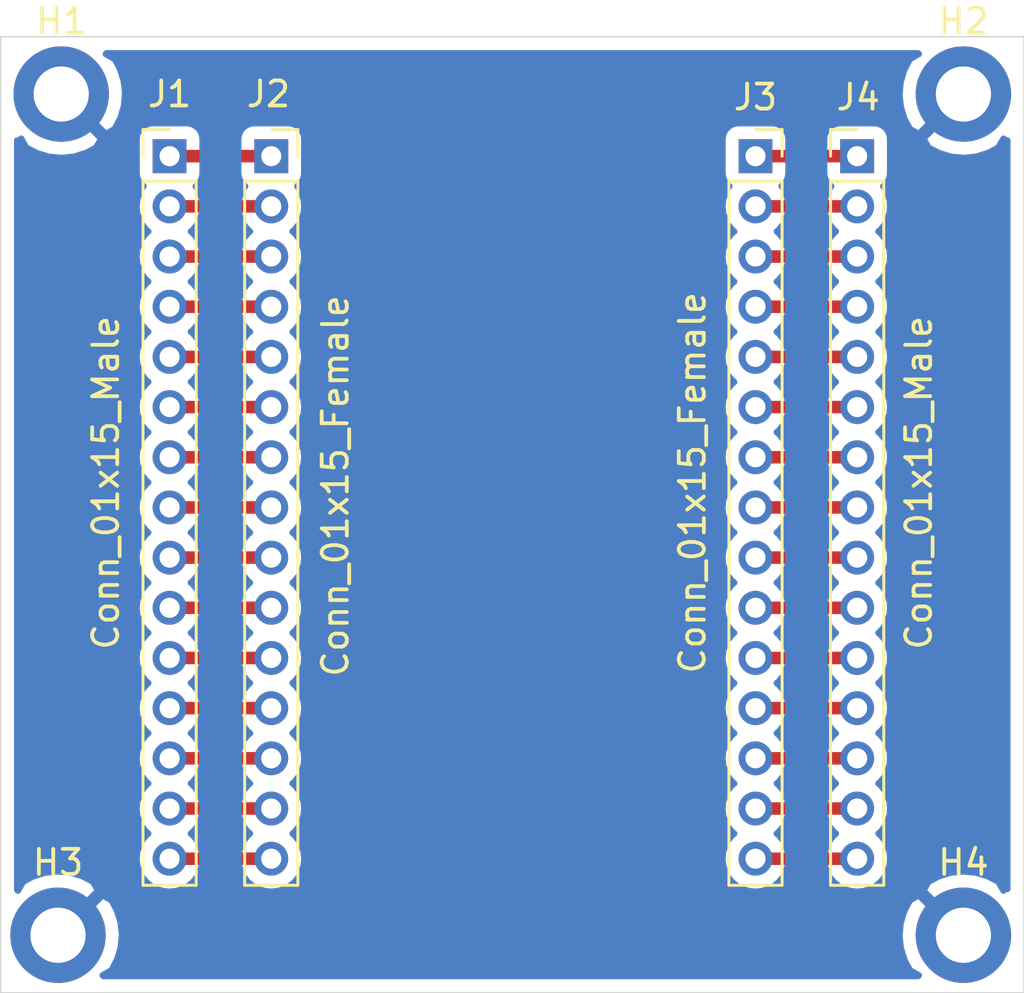
<source format=kicad_pcb>
(kicad_pcb (version 20171130) (host pcbnew "(5.1.2-1)-1")

  (general
    (thickness 1.6)
    (drawings 4)
    (tracks 30)
    (zones 0)
    (modules 8)
    (nets 32)
  )

  (page A4)
  (layers
    (0 F.Cu signal)
    (31 B.Cu signal)
    (32 B.Adhes user)
    (33 F.Adhes user)
    (34 B.Paste user)
    (35 F.Paste user)
    (36 B.SilkS user)
    (37 F.SilkS user)
    (38 B.Mask user)
    (39 F.Mask user)
    (40 Dwgs.User user)
    (41 Cmts.User user)
    (42 Eco1.User user)
    (43 Eco2.User user)
    (44 Edge.Cuts user)
    (45 Margin user)
    (46 B.CrtYd user)
    (47 F.CrtYd user)
    (48 B.Fab user)
    (49 F.Fab user)
  )

  (setup
    (last_trace_width 0.5)
    (user_trace_width 0.5)
    (trace_clearance 0.2)
    (zone_clearance 0.508)
    (zone_45_only no)
    (trace_min 0.2)
    (via_size 0.8)
    (via_drill 0.4)
    (via_min_size 0.4)
    (via_min_drill 0.3)
    (uvia_size 0.3)
    (uvia_drill 0.1)
    (uvias_allowed no)
    (uvia_min_size 0.2)
    (uvia_min_drill 0.1)
    (edge_width 0.05)
    (segment_width 0.2)
    (pcb_text_width 0.3)
    (pcb_text_size 1.5 1.5)
    (mod_edge_width 0.12)
    (mod_text_size 1 1)
    (mod_text_width 0.15)
    (pad_size 1.524 1.524)
    (pad_drill 0.762)
    (pad_to_mask_clearance 0.051)
    (solder_mask_min_width 0.25)
    (aux_axis_origin 0 0)
    (visible_elements FFFFFF7F)
    (pcbplotparams
      (layerselection 0x010fc_ffffffff)
      (usegerberextensions false)
      (usegerberattributes false)
      (usegerberadvancedattributes false)
      (creategerberjobfile false)
      (excludeedgelayer true)
      (linewidth 0.100000)
      (plotframeref false)
      (viasonmask false)
      (mode 1)
      (useauxorigin false)
      (hpglpennumber 1)
      (hpglpenspeed 20)
      (hpglpendiameter 15.000000)
      (psnegative false)
      (psa4output false)
      (plotreference true)
      (plotvalue true)
      (plotinvisibletext false)
      (padsonsilk false)
      (subtractmaskfromsilk false)
      (outputformat 1)
      (mirror false)
      (drillshape 1)
      (scaleselection 1)
      (outputdirectory ""))
  )

  (net 0 "")
  (net 1 "Net-(J1-Pad15)")
  (net 2 "Net-(J1-Pad14)")
  (net 3 "Net-(J1-Pad13)")
  (net 4 "Net-(J1-Pad12)")
  (net 5 "Net-(J1-Pad11)")
  (net 6 "Net-(J1-Pad10)")
  (net 7 "Net-(J1-Pad9)")
  (net 8 "Net-(J1-Pad8)")
  (net 9 "Net-(J1-Pad7)")
  (net 10 "Net-(J1-Pad6)")
  (net 11 "Net-(J1-Pad5)")
  (net 12 "Net-(J1-Pad4)")
  (net 13 "Net-(J1-Pad3)")
  (net 14 "Net-(J1-Pad2)")
  (net 15 "Net-(J1-Pad1)")
  (net 16 "Net-(J3-Pad15)")
  (net 17 "Net-(J3-Pad14)")
  (net 18 "Net-(J3-Pad13)")
  (net 19 "Net-(J3-Pad12)")
  (net 20 "Net-(J3-Pad11)")
  (net 21 "Net-(J3-Pad10)")
  (net 22 "Net-(J3-Pad9)")
  (net 23 "Net-(J3-Pad8)")
  (net 24 "Net-(J3-Pad7)")
  (net 25 "Net-(J3-Pad6)")
  (net 26 "Net-(J3-Pad5)")
  (net 27 "Net-(J3-Pad4)")
  (net 28 "Net-(J3-Pad3)")
  (net 29 "Net-(J3-Pad2)")
  (net 30 "Net-(J3-Pad1)")
  (net 31 GND)

  (net_class Default "This is the default net class."
    (clearance 0.2)
    (trace_width 0.25)
    (via_dia 0.8)
    (via_drill 0.4)
    (uvia_dia 0.3)
    (uvia_drill 0.1)
    (add_net GND)
    (add_net "Net-(J1-Pad1)")
    (add_net "Net-(J1-Pad10)")
    (add_net "Net-(J1-Pad11)")
    (add_net "Net-(J1-Pad12)")
    (add_net "Net-(J1-Pad13)")
    (add_net "Net-(J1-Pad14)")
    (add_net "Net-(J1-Pad15)")
    (add_net "Net-(J1-Pad2)")
    (add_net "Net-(J1-Pad3)")
    (add_net "Net-(J1-Pad4)")
    (add_net "Net-(J1-Pad5)")
    (add_net "Net-(J1-Pad6)")
    (add_net "Net-(J1-Pad7)")
    (add_net "Net-(J1-Pad8)")
    (add_net "Net-(J1-Pad9)")
    (add_net "Net-(J3-Pad1)")
    (add_net "Net-(J3-Pad10)")
    (add_net "Net-(J3-Pad11)")
    (add_net "Net-(J3-Pad12)")
    (add_net "Net-(J3-Pad13)")
    (add_net "Net-(J3-Pad14)")
    (add_net "Net-(J3-Pad15)")
    (add_net "Net-(J3-Pad2)")
    (add_net "Net-(J3-Pad3)")
    (add_net "Net-(J3-Pad4)")
    (add_net "Net-(J3-Pad5)")
    (add_net "Net-(J3-Pad6)")
    (add_net "Net-(J3-Pad7)")
    (add_net "Net-(J3-Pad8)")
    (add_net "Net-(J3-Pad9)")
  )

  (module MountingHole:MountingHole_2.2mm_M2_DIN965_Pad (layer F.Cu) (tedit 56D1B4CB) (tstamp 5D09BFA7)
    (at 106.934 104.394)
    (descr "Mounting Hole 2.2mm, M2, DIN965")
    (tags "mounting hole 2.2mm m2 din965")
    (path /5D0CABF9)
    (attr virtual)
    (fp_text reference H4 (at 0 -2.9) (layer F.SilkS)
      (effects (font (size 1 1) (thickness 0.15)))
    )
    (fp_text value MountingHole_Pad (at 0 2.9 90) (layer F.Fab) hide
      (effects (font (size 1 1) (thickness 0.15)))
    )
    (fp_circle (center 0 0) (end 2.15 0) (layer F.CrtYd) (width 0.05))
    (fp_circle (center 0 0) (end 1.9 0) (layer Cmts.User) (width 0.15))
    (fp_text user %R (at 0.3 0) (layer F.Fab)
      (effects (font (size 1 1) (thickness 0.15)))
    )
    (pad 1 thru_hole circle (at 0 0) (size 3.8 3.8) (drill 2.2) (layers *.Cu *.Mask)
      (net 31 GND))
  )

  (module MountingHole:MountingHole_2.2mm_M2_DIN965_Pad (layer F.Cu) (tedit 56D1B4CB) (tstamp 5D09BF9F)
    (at 70.866 104.394)
    (descr "Mounting Hole 2.2mm, M2, DIN965")
    (tags "mounting hole 2.2mm m2 din965")
    (path /5D0CA77F)
    (attr virtual)
    (fp_text reference H3 (at 0 -2.9) (layer F.SilkS)
      (effects (font (size 1 1) (thickness 0.15)))
    )
    (fp_text value MountingHole_Pad (at 0 2.9) (layer F.Fab) hide
      (effects (font (size 1 1) (thickness 0.15)))
    )
    (fp_circle (center 0 0) (end 2.15 0) (layer F.CrtYd) (width 0.05))
    (fp_circle (center 0 0) (end 1.9 0) (layer Cmts.User) (width 0.15))
    (fp_text user %R (at 0.3 0) (layer F.Fab)
      (effects (font (size 1 1) (thickness 0.15)))
    )
    (pad 1 thru_hole circle (at 0 0) (size 3.8 3.8) (drill 2.2) (layers *.Cu *.Mask)
      (net 31 GND))
  )

  (module MountingHole:MountingHole_2.2mm_M2_DIN965_Pad (layer F.Cu) (tedit 56D1B4CB) (tstamp 5D09BF97)
    (at 106.934 70.866)
    (descr "Mounting Hole 2.2mm, M2, DIN965")
    (tags "mounting hole 2.2mm m2 din965")
    (path /5D0CA3D6)
    (attr virtual)
    (fp_text reference H2 (at 0 -2.9) (layer F.SilkS)
      (effects (font (size 1 1) (thickness 0.15)))
    )
    (fp_text value MountingHole_Pad (at 0 2.9) (layer F.Fab) hide
      (effects (font (size 1 1) (thickness 0.15)))
    )
    (fp_circle (center 0 0) (end 2.15 0) (layer F.CrtYd) (width 0.05))
    (fp_circle (center 0 0) (end 1.9 0) (layer Cmts.User) (width 0.15))
    (fp_text user %R (at 0.3 0) (layer F.Fab)
      (effects (font (size 1 1) (thickness 0.15)))
    )
    (pad 1 thru_hole circle (at 0 0) (size 3.8 3.8) (drill 2.2) (layers *.Cu *.Mask)
      (net 31 GND))
  )

  (module MountingHole:MountingHole_2.2mm_M2_DIN965_Pad (layer F.Cu) (tedit 56D1B4CB) (tstamp 5D09BF8F)
    (at 70.993 70.866)
    (descr "Mounting Hole 2.2mm, M2, DIN965")
    (tags "mounting hole 2.2mm m2 din965")
    (path /5D0C9B34)
    (attr virtual)
    (fp_text reference H1 (at 0 -2.9) (layer F.SilkS)
      (effects (font (size 1 1) (thickness 0.15)))
    )
    (fp_text value MountingHole_Pad (at 0 2.9) (layer F.Fab) hide
      (effects (font (size 1 1) (thickness 0.15)))
    )
    (fp_circle (center 0 0) (end 2.15 0) (layer F.CrtYd) (width 0.05))
    (fp_circle (center 0 0) (end 1.9 0) (layer Cmts.User) (width 0.15))
    (fp_text user %R (at 0.127 0) (layer F.Fab)
      (effects (font (size 1 1) (thickness 0.15)))
    )
    (pad 1 thru_hole circle (at 0 0) (size 3.8 3.8) (drill 2.2) (layers *.Cu *.Mask)
      (net 31 GND))
  )

  (module Connector_PinHeader_2.00mm:PinHeader_1x15_P2.00mm_Vertical (layer F.Cu) (tedit 59FED667) (tstamp 5D09B7D8)
    (at 102.701 73.3425)
    (descr "Through hole straight pin header, 1x15, 2.00mm pitch, single row")
    (tags "Through hole pin header THT 1x15 2.00mm single row")
    (path /5D09BC3F)
    (fp_text reference J4 (at 0.042 -2.3495) (layer F.SilkS)
      (effects (font (size 1 1) (thickness 0.15)))
    )
    (fp_text value Conn_01x15_Male (at 2.455 13.0175 90) (layer F.SilkS)
      (effects (font (size 1 1) (thickness 0.15)))
    )
    (fp_text user %R (at 0 14 90) (layer F.Fab)
      (effects (font (size 1 1) (thickness 0.15)))
    )
    (fp_line (start 1.5 -1.5) (end -1.5 -1.5) (layer F.CrtYd) (width 0.05))
    (fp_line (start 1.5 29.5) (end 1.5 -1.5) (layer F.CrtYd) (width 0.05))
    (fp_line (start -1.5 29.5) (end 1.5 29.5) (layer F.CrtYd) (width 0.05))
    (fp_line (start -1.5 -1.5) (end -1.5 29.5) (layer F.CrtYd) (width 0.05))
    (fp_line (start -1.06 -1.06) (end 0 -1.06) (layer F.SilkS) (width 0.12))
    (fp_line (start -1.06 0) (end -1.06 -1.06) (layer F.SilkS) (width 0.12))
    (fp_line (start -1.06 1) (end 1.06 1) (layer F.SilkS) (width 0.12))
    (fp_line (start 1.06 1) (end 1.06 29.06) (layer F.SilkS) (width 0.12))
    (fp_line (start -1.06 1) (end -1.06 29.06) (layer F.SilkS) (width 0.12))
    (fp_line (start -1.06 29.06) (end 1.06 29.06) (layer F.SilkS) (width 0.12))
    (fp_line (start -1 -0.5) (end -0.5 -1) (layer F.Fab) (width 0.1))
    (fp_line (start -1 29) (end -1 -0.5) (layer F.Fab) (width 0.1))
    (fp_line (start 1 29) (end -1 29) (layer F.Fab) (width 0.1))
    (fp_line (start 1 -1) (end 1 29) (layer F.Fab) (width 0.1))
    (fp_line (start -0.5 -1) (end 1 -1) (layer F.Fab) (width 0.1))
    (pad 15 thru_hole oval (at 0 28) (size 1.35 1.35) (drill 0.8) (layers *.Cu *.Mask)
      (net 16 "Net-(J3-Pad15)"))
    (pad 14 thru_hole oval (at 0 26) (size 1.35 1.35) (drill 0.8) (layers *.Cu *.Mask)
      (net 17 "Net-(J3-Pad14)"))
    (pad 13 thru_hole oval (at 0 24) (size 1.35 1.35) (drill 0.8) (layers *.Cu *.Mask)
      (net 18 "Net-(J3-Pad13)"))
    (pad 12 thru_hole oval (at 0 22) (size 1.35 1.35) (drill 0.8) (layers *.Cu *.Mask)
      (net 19 "Net-(J3-Pad12)"))
    (pad 11 thru_hole oval (at 0 20) (size 1.35 1.35) (drill 0.8) (layers *.Cu *.Mask)
      (net 20 "Net-(J3-Pad11)"))
    (pad 10 thru_hole oval (at 0 18) (size 1.35 1.35) (drill 0.8) (layers *.Cu *.Mask)
      (net 21 "Net-(J3-Pad10)"))
    (pad 9 thru_hole oval (at 0 16) (size 1.35 1.35) (drill 0.8) (layers *.Cu *.Mask)
      (net 22 "Net-(J3-Pad9)"))
    (pad 8 thru_hole oval (at 0 14) (size 1.35 1.35) (drill 0.8) (layers *.Cu *.Mask)
      (net 23 "Net-(J3-Pad8)"))
    (pad 7 thru_hole oval (at 0 12) (size 1.35 1.35) (drill 0.8) (layers *.Cu *.Mask)
      (net 24 "Net-(J3-Pad7)"))
    (pad 6 thru_hole oval (at 0 10) (size 1.35 1.35) (drill 0.8) (layers *.Cu *.Mask)
      (net 25 "Net-(J3-Pad6)"))
    (pad 5 thru_hole oval (at 0 8) (size 1.35 1.35) (drill 0.8) (layers *.Cu *.Mask)
      (net 26 "Net-(J3-Pad5)"))
    (pad 4 thru_hole oval (at 0 6) (size 1.35 1.35) (drill 0.8) (layers *.Cu *.Mask)
      (net 27 "Net-(J3-Pad4)"))
    (pad 3 thru_hole oval (at 0 4) (size 1.35 1.35) (drill 0.8) (layers *.Cu *.Mask)
      (net 28 "Net-(J3-Pad3)"))
    (pad 2 thru_hole oval (at 0 2) (size 1.35 1.35) (drill 0.8) (layers *.Cu *.Mask)
      (net 29 "Net-(J3-Pad2)"))
    (pad 1 thru_hole rect (at 0 0) (size 1.35 1.35) (drill 0.8) (layers *.Cu *.Mask)
      (net 30 "Net-(J3-Pad1)"))
    (model ${KISYS3DMOD}/Connector_PinHeader_2.00mm.3dshapes/PinHeader_1x15_P2.00mm_Vertical.wrl
      (at (xyz 0 0 0))
      (scale (xyz 1 1 1))
      (rotate (xyz 0 0 0))
    )
  )

  (module Connector_PinSocket_2.00mm:PinSocket_1x15_P2.00mm_Vertical (layer F.Cu) (tedit 5A19A42B) (tstamp 5D09B83E)
    (at 98.651 73.3425)
    (descr "Through hole straight socket strip, 1x15, 2.00mm pitch, single row (from Kicad 4.0.7), script generated")
    (tags "Through hole socket strip THT 1x15 2.00mm single row")
    (path /5D0976FD)
    (fp_text reference J3 (at 0 -2.3495) (layer F.SilkS)
      (effects (font (size 1 1) (thickness 0.15)))
    )
    (fp_text value Conn_01x15_Female (at -2.512 13.0175 90) (layer F.SilkS)
      (effects (font (size 1 1) (thickness 0.15)))
    )
    (fp_text user %R (at 0 14 90) (layer F.Fab)
      (effects (font (size 1 1) (thickness 0.15)))
    )
    (fp_line (start -1.5 29.5) (end -1.5 -1.5) (layer F.CrtYd) (width 0.05))
    (fp_line (start 1.5 29.5) (end -1.5 29.5) (layer F.CrtYd) (width 0.05))
    (fp_line (start 1.5 -1.5) (end 1.5 29.5) (layer F.CrtYd) (width 0.05))
    (fp_line (start -1.5 -1.5) (end 1.5 -1.5) (layer F.CrtYd) (width 0.05))
    (fp_line (start 0 -1.06) (end 1.06 -1.06) (layer F.SilkS) (width 0.12))
    (fp_line (start 1.06 -1.06) (end 1.06 0) (layer F.SilkS) (width 0.12))
    (fp_line (start 1.06 1) (end 1.06 29.06) (layer F.SilkS) (width 0.12))
    (fp_line (start -1.06 29.06) (end 1.06 29.06) (layer F.SilkS) (width 0.12))
    (fp_line (start -1.06 1) (end -1.06 29.06) (layer F.SilkS) (width 0.12))
    (fp_line (start -1.06 1) (end 1.06 1) (layer F.SilkS) (width 0.12))
    (fp_line (start -1 29) (end -1 -1) (layer F.Fab) (width 0.1))
    (fp_line (start 1 29) (end -1 29) (layer F.Fab) (width 0.1))
    (fp_line (start 1 -0.5) (end 1 29) (layer F.Fab) (width 0.1))
    (fp_line (start 0.5 -1) (end 1 -0.5) (layer F.Fab) (width 0.1))
    (fp_line (start -1 -1) (end 0.5 -1) (layer F.Fab) (width 0.1))
    (pad 15 thru_hole oval (at 0 28) (size 1.35 1.35) (drill 0.8) (layers *.Cu *.Mask)
      (net 16 "Net-(J3-Pad15)"))
    (pad 14 thru_hole oval (at 0 26) (size 1.35 1.35) (drill 0.8) (layers *.Cu *.Mask)
      (net 17 "Net-(J3-Pad14)"))
    (pad 13 thru_hole oval (at 0 24) (size 1.35 1.35) (drill 0.8) (layers *.Cu *.Mask)
      (net 18 "Net-(J3-Pad13)"))
    (pad 12 thru_hole oval (at 0 22) (size 1.35 1.35) (drill 0.8) (layers *.Cu *.Mask)
      (net 19 "Net-(J3-Pad12)"))
    (pad 11 thru_hole oval (at 0 20) (size 1.35 1.35) (drill 0.8) (layers *.Cu *.Mask)
      (net 20 "Net-(J3-Pad11)"))
    (pad 10 thru_hole oval (at 0 18) (size 1.35 1.35) (drill 0.8) (layers *.Cu *.Mask)
      (net 21 "Net-(J3-Pad10)"))
    (pad 9 thru_hole oval (at 0 16) (size 1.35 1.35) (drill 0.8) (layers *.Cu *.Mask)
      (net 22 "Net-(J3-Pad9)"))
    (pad 8 thru_hole oval (at 0 14) (size 1.35 1.35) (drill 0.8) (layers *.Cu *.Mask)
      (net 23 "Net-(J3-Pad8)"))
    (pad 7 thru_hole oval (at 0 12) (size 1.35 1.35) (drill 0.8) (layers *.Cu *.Mask)
      (net 24 "Net-(J3-Pad7)"))
    (pad 6 thru_hole oval (at 0 10) (size 1.35 1.35) (drill 0.8) (layers *.Cu *.Mask)
      (net 25 "Net-(J3-Pad6)"))
    (pad 5 thru_hole oval (at 0 8) (size 1.35 1.35) (drill 0.8) (layers *.Cu *.Mask)
      (net 26 "Net-(J3-Pad5)"))
    (pad 4 thru_hole oval (at 0 6) (size 1.35 1.35) (drill 0.8) (layers *.Cu *.Mask)
      (net 27 "Net-(J3-Pad4)"))
    (pad 3 thru_hole oval (at 0 4) (size 1.35 1.35) (drill 0.8) (layers *.Cu *.Mask)
      (net 28 "Net-(J3-Pad3)"))
    (pad 2 thru_hole oval (at 0 2) (size 1.35 1.35) (drill 0.8) (layers *.Cu *.Mask)
      (net 29 "Net-(J3-Pad2)"))
    (pad 1 thru_hole rect (at 0 0) (size 1.35 1.35) (drill 0.8) (layers *.Cu *.Mask)
      (net 30 "Net-(J3-Pad1)"))
    (model ${KISYS3DMOD}/Connector_PinSocket_2.00mm.3dshapes/PinSocket_1x15_P2.00mm_Vertical.wrl
      (at (xyz 0 0 0))
      (scale (xyz 1 1 1))
      (rotate (xyz 0 0 0))
    )
  )

  (module Connector_PinSocket_2.00mm:PinSocket_1x15_P2.00mm_Vertical (layer F.Cu) (tedit 5A19A42B) (tstamp 5D09B6A3)
    (at 79.361 73.3425)
    (descr "Through hole straight socket strip, 1x15, 2.00mm pitch, single row (from Kicad 4.0.7), script generated")
    (tags "Through hole socket strip THT 1x15 2.00mm single row")
    (path /5D096543)
    (fp_text reference J2 (at -0.113 -2.4765) (layer F.SilkS)
      (effects (font (size 1 1) (thickness 0.15)))
    )
    (fp_text value Conn_01x15_Female (at 2.554 13.1445 90) (layer F.SilkS)
      (effects (font (size 1 1) (thickness 0.15)))
    )
    (fp_text user %R (at 0 14 90) (layer F.Fab)
      (effects (font (size 1 1) (thickness 0.15)))
    )
    (fp_line (start -1.5 29.5) (end -1.5 -1.5) (layer F.CrtYd) (width 0.05))
    (fp_line (start 1.5 29.5) (end -1.5 29.5) (layer F.CrtYd) (width 0.05))
    (fp_line (start 1.5 -1.5) (end 1.5 29.5) (layer F.CrtYd) (width 0.05))
    (fp_line (start -1.5 -1.5) (end 1.5 -1.5) (layer F.CrtYd) (width 0.05))
    (fp_line (start 0 -1.06) (end 1.06 -1.06) (layer F.SilkS) (width 0.12))
    (fp_line (start 1.06 -1.06) (end 1.06 0) (layer F.SilkS) (width 0.12))
    (fp_line (start 1.06 1) (end 1.06 29.06) (layer F.SilkS) (width 0.12))
    (fp_line (start -1.06 29.06) (end 1.06 29.06) (layer F.SilkS) (width 0.12))
    (fp_line (start -1.06 1) (end -1.06 29.06) (layer F.SilkS) (width 0.12))
    (fp_line (start -1.06 1) (end 1.06 1) (layer F.SilkS) (width 0.12))
    (fp_line (start -1 29) (end -1 -1) (layer F.Fab) (width 0.1))
    (fp_line (start 1 29) (end -1 29) (layer F.Fab) (width 0.1))
    (fp_line (start 1 -0.5) (end 1 29) (layer F.Fab) (width 0.1))
    (fp_line (start 0.5 -1) (end 1 -0.5) (layer F.Fab) (width 0.1))
    (fp_line (start -1 -1) (end 0.5 -1) (layer F.Fab) (width 0.1))
    (pad 15 thru_hole oval (at 0 28) (size 1.35 1.35) (drill 0.8) (layers *.Cu *.Mask)
      (net 1 "Net-(J1-Pad15)"))
    (pad 14 thru_hole oval (at 0 26) (size 1.35 1.35) (drill 0.8) (layers *.Cu *.Mask)
      (net 2 "Net-(J1-Pad14)"))
    (pad 13 thru_hole oval (at 0 24) (size 1.35 1.35) (drill 0.8) (layers *.Cu *.Mask)
      (net 3 "Net-(J1-Pad13)"))
    (pad 12 thru_hole oval (at 0 22) (size 1.35 1.35) (drill 0.8) (layers *.Cu *.Mask)
      (net 4 "Net-(J1-Pad12)"))
    (pad 11 thru_hole oval (at 0 20) (size 1.35 1.35) (drill 0.8) (layers *.Cu *.Mask)
      (net 5 "Net-(J1-Pad11)"))
    (pad 10 thru_hole oval (at 0 18) (size 1.35 1.35) (drill 0.8) (layers *.Cu *.Mask)
      (net 6 "Net-(J1-Pad10)"))
    (pad 9 thru_hole oval (at 0 16) (size 1.35 1.35) (drill 0.8) (layers *.Cu *.Mask)
      (net 7 "Net-(J1-Pad9)"))
    (pad 8 thru_hole oval (at 0 14) (size 1.35 1.35) (drill 0.8) (layers *.Cu *.Mask)
      (net 8 "Net-(J1-Pad8)"))
    (pad 7 thru_hole oval (at 0 12) (size 1.35 1.35) (drill 0.8) (layers *.Cu *.Mask)
      (net 9 "Net-(J1-Pad7)"))
    (pad 6 thru_hole oval (at 0 10) (size 1.35 1.35) (drill 0.8) (layers *.Cu *.Mask)
      (net 10 "Net-(J1-Pad6)"))
    (pad 5 thru_hole oval (at 0 8) (size 1.35 1.35) (drill 0.8) (layers *.Cu *.Mask)
      (net 11 "Net-(J1-Pad5)"))
    (pad 4 thru_hole oval (at 0 6) (size 1.35 1.35) (drill 0.8) (layers *.Cu *.Mask)
      (net 12 "Net-(J1-Pad4)"))
    (pad 3 thru_hole oval (at 0 4) (size 1.35 1.35) (drill 0.8) (layers *.Cu *.Mask)
      (net 13 "Net-(J1-Pad3)"))
    (pad 2 thru_hole oval (at 0 2) (size 1.35 1.35) (drill 0.8) (layers *.Cu *.Mask)
      (net 14 "Net-(J1-Pad2)"))
    (pad 1 thru_hole rect (at 0 0) (size 1.35 1.35) (drill 0.8) (layers *.Cu *.Mask)
      (net 15 "Net-(J1-Pad1)"))
    (model ${KISYS3DMOD}/Connector_PinSocket_2.00mm.3dshapes/PinSocket_1x15_P2.00mm_Vertical.wrl
      (at (xyz 0 0 0))
      (scale (xyz 1 1 1))
      (rotate (xyz 0 0 0))
    )
  )

  (module Connector_PinHeader_2.00mm:PinHeader_1x15_P2.00mm_Vertical (layer F.Cu) (tedit 59FED667) (tstamp 5D09B680)
    (at 75.311 73.3425)
    (descr "Through hole straight pin header, 1x15, 2.00mm pitch, single row")
    (tags "Through hole pin header THT 1x15 2.00mm single row")
    (path /5D09A38C)
    (fp_text reference J1 (at 0 -2.4765) (layer F.SilkS)
      (effects (font (size 1 1) (thickness 0.15)))
    )
    (fp_text value Conn_01x15_Male (at -2.54 13.0175 90) (layer F.SilkS)
      (effects (font (size 1 1) (thickness 0.15)))
    )
    (fp_text user %R (at 0 14 90) (layer F.Fab)
      (effects (font (size 1 1) (thickness 0.15)))
    )
    (fp_line (start 1.5 -1.5) (end -1.5 -1.5) (layer F.CrtYd) (width 0.05))
    (fp_line (start 1.5 29.5) (end 1.5 -1.5) (layer F.CrtYd) (width 0.05))
    (fp_line (start -1.5 29.5) (end 1.5 29.5) (layer F.CrtYd) (width 0.05))
    (fp_line (start -1.5 -1.5) (end -1.5 29.5) (layer F.CrtYd) (width 0.05))
    (fp_line (start -1.06 -1.06) (end 0 -1.06) (layer F.SilkS) (width 0.12))
    (fp_line (start -1.06 0) (end -1.06 -1.06) (layer F.SilkS) (width 0.12))
    (fp_line (start -1.06 1) (end 1.06 1) (layer F.SilkS) (width 0.12))
    (fp_line (start 1.06 1) (end 1.06 29.06) (layer F.SilkS) (width 0.12))
    (fp_line (start -1.06 1) (end -1.06 29.06) (layer F.SilkS) (width 0.12))
    (fp_line (start -1.06 29.06) (end 1.06 29.06) (layer F.SilkS) (width 0.12))
    (fp_line (start -1 -0.5) (end -0.5 -1) (layer F.Fab) (width 0.1))
    (fp_line (start -1 29) (end -1 -0.5) (layer F.Fab) (width 0.1))
    (fp_line (start 1 29) (end -1 29) (layer F.Fab) (width 0.1))
    (fp_line (start 1 -1) (end 1 29) (layer F.Fab) (width 0.1))
    (fp_line (start -0.5 -1) (end 1 -1) (layer F.Fab) (width 0.1))
    (pad 15 thru_hole oval (at 0 28) (size 1.35 1.35) (drill 0.8) (layers *.Cu *.Mask)
      (net 1 "Net-(J1-Pad15)"))
    (pad 14 thru_hole oval (at 0 26) (size 1.35 1.35) (drill 0.8) (layers *.Cu *.Mask)
      (net 2 "Net-(J1-Pad14)"))
    (pad 13 thru_hole oval (at 0 24) (size 1.35 1.35) (drill 0.8) (layers *.Cu *.Mask)
      (net 3 "Net-(J1-Pad13)"))
    (pad 12 thru_hole oval (at 0 22) (size 1.35 1.35) (drill 0.8) (layers *.Cu *.Mask)
      (net 4 "Net-(J1-Pad12)"))
    (pad 11 thru_hole oval (at 0 20) (size 1.35 1.35) (drill 0.8) (layers *.Cu *.Mask)
      (net 5 "Net-(J1-Pad11)"))
    (pad 10 thru_hole oval (at 0 18) (size 1.35 1.35) (drill 0.8) (layers *.Cu *.Mask)
      (net 6 "Net-(J1-Pad10)"))
    (pad 9 thru_hole oval (at 0 16) (size 1.35 1.35) (drill 0.8) (layers *.Cu *.Mask)
      (net 7 "Net-(J1-Pad9)"))
    (pad 8 thru_hole oval (at 0 14) (size 1.35 1.35) (drill 0.8) (layers *.Cu *.Mask)
      (net 8 "Net-(J1-Pad8)"))
    (pad 7 thru_hole oval (at 0 12) (size 1.35 1.35) (drill 0.8) (layers *.Cu *.Mask)
      (net 9 "Net-(J1-Pad7)"))
    (pad 6 thru_hole oval (at 0 10) (size 1.35 1.35) (drill 0.8) (layers *.Cu *.Mask)
      (net 10 "Net-(J1-Pad6)"))
    (pad 5 thru_hole oval (at 0 8) (size 1.35 1.35) (drill 0.8) (layers *.Cu *.Mask)
      (net 11 "Net-(J1-Pad5)"))
    (pad 4 thru_hole oval (at 0 6) (size 1.35 1.35) (drill 0.8) (layers *.Cu *.Mask)
      (net 12 "Net-(J1-Pad4)"))
    (pad 3 thru_hole oval (at 0 4) (size 1.35 1.35) (drill 0.8) (layers *.Cu *.Mask)
      (net 13 "Net-(J1-Pad3)"))
    (pad 2 thru_hole oval (at 0 2) (size 1.35 1.35) (drill 0.8) (layers *.Cu *.Mask)
      (net 14 "Net-(J1-Pad2)"))
    (pad 1 thru_hole rect (at 0 0) (size 1.35 1.35) (drill 0.8) (layers *.Cu *.Mask)
      (net 15 "Net-(J1-Pad1)"))
    (model ${KISYS3DMOD}/Connector_PinHeader_2.00mm.3dshapes/PinHeader_1x15_P2.00mm_Vertical.wrl
      (at (xyz 0 0 0))
      (scale (xyz 1 1 1))
      (rotate (xyz 0 0 0))
    )
  )

  (gr_line (start 68.58 106.68) (end 68.58 68.58) (layer Edge.Cuts) (width 0.05) (tstamp 5D09B9CC))
  (gr_line (start 109.347 106.68) (end 68.58 106.68) (layer Edge.Cuts) (width 0.05))
  (gr_line (start 109.347 68.58) (end 109.347 106.68) (layer Edge.Cuts) (width 0.05))
  (gr_line (start 68.58 68.58) (end 109.347 68.58) (layer Edge.Cuts) (width 0.05))

  (segment (start 75.311 101.3425) (end 79.361 101.3425) (width 0.5) (layer F.Cu) (net 1))
  (segment (start 79.361 99.3425) (end 75.311 99.3425) (width 0.5) (layer F.Cu) (net 2))
  (segment (start 75.311 97.3425) (end 79.361 97.3425) (width 0.5) (layer F.Cu) (net 3))
  (segment (start 79.361 95.3425) (end 75.311 95.3425) (width 0.5) (layer F.Cu) (net 4))
  (segment (start 75.311 93.3425) (end 79.361 93.3425) (width 0.5) (layer F.Cu) (net 5))
  (segment (start 79.361 91.3425) (end 75.311 91.3425) (width 0.5) (layer F.Cu) (net 6))
  (segment (start 75.311 89.3425) (end 79.361 89.3425) (width 0.5) (layer F.Cu) (net 7))
  (segment (start 79.361 87.3425) (end 75.311 87.3425) (width 0.5) (layer F.Cu) (net 8))
  (segment (start 75.311 85.3425) (end 79.361 85.3425) (width 0.5) (layer F.Cu) (net 9))
  (segment (start 79.361 83.3425) (end 75.311 83.3425) (width 0.5) (layer F.Cu) (net 10))
  (segment (start 75.311 81.3425) (end 79.361 81.3425) (width 0.5) (layer F.Cu) (net 11))
  (segment (start 79.361 79.3425) (end 75.311 79.3425) (width 0.5) (layer F.Cu) (net 12))
  (segment (start 75.311 77.3425) (end 79.361 77.3425) (width 0.5) (layer F.Cu) (net 13))
  (segment (start 79.361 75.3425) (end 75.311 75.3425) (width 0.5) (layer F.Cu) (net 14))
  (segment (start 75.311 73.3425) (end 79.361 73.3425) (width 0.5) (layer F.Cu) (net 15))
  (segment (start 98.651 101.3425) (end 102.701 101.3425) (width 0.5) (layer F.Cu) (net 16))
  (segment (start 102.701 99.3425) (end 98.651 99.3425) (width 0.5) (layer F.Cu) (net 17))
  (segment (start 98.651 97.3425) (end 102.701 97.3425) (width 0.5) (layer F.Cu) (net 18))
  (segment (start 102.701 95.3425) (end 98.651 95.3425) (width 0.5) (layer F.Cu) (net 19))
  (segment (start 98.651 93.3425) (end 102.701 93.3425) (width 0.5) (layer F.Cu) (net 20))
  (segment (start 102.701 91.3425) (end 98.651 91.3425) (width 0.5) (layer F.Cu) (net 21))
  (segment (start 98.651 89.3425) (end 102.701 89.3425) (width 0.5) (layer F.Cu) (net 22))
  (segment (start 102.701 87.3425) (end 98.651 87.3425) (width 0.5) (layer F.Cu) (net 23))
  (segment (start 98.651 85.3425) (end 102.701 85.3425) (width 0.5) (layer F.Cu) (net 24))
  (segment (start 102.701 83.3425) (end 98.651 83.3425) (width 0.5) (layer F.Cu) (net 25))
  (segment (start 102.701 81.3425) (end 98.651 81.3425) (width 0.5) (layer F.Cu) (net 26))
  (segment (start 98.651 79.3425) (end 102.701 79.3425) (width 0.5) (layer F.Cu) (net 27))
  (segment (start 102.701 77.3425) (end 98.651 77.3425) (width 0.5) (layer F.Cu) (net 28))
  (segment (start 98.651 75.3425) (end 102.701 75.3425) (width 0.5) (layer F.Cu) (net 29))
  (segment (start 102.701 73.3425) (end 98.651 73.3425) (width 0.5) (layer F.Cu) (net 30))

  (zone (net 31) (net_name GND) (layer B.Cu) (tstamp 0) (hatch edge 0.508)
    (connect_pads (clearance 0.508))
    (min_thickness 0.254)
    (fill yes (arc_segments 32) (thermal_gap 0.508) (thermal_bridge_width 0.508))
    (polygon
      (pts
        (xy 68.58 68.58) (xy 109.347 68.58) (xy 109.347 106.68) (xy 68.58 106.68)
      )
    )
    (filled_polygon
      (pts
        (xy 105.157649 69.269257) (xy 104.801133 69.473362) (xy 104.570425 69.916223) (xy 104.430548 70.395583) (xy 104.386877 70.893021)
        (xy 104.441091 71.389422) (xy 104.591106 71.865707) (xy 104.801133 72.258638) (xy 105.157651 72.462744) (xy 106.754395 70.866)
        (xy 106.740253 70.851858) (xy 106.919858 70.672253) (xy 106.934 70.686395) (xy 106.948143 70.672253) (xy 107.127748 70.851858)
        (xy 107.113605 70.866) (xy 107.127748 70.880143) (xy 106.948143 71.059748) (xy 106.934 71.045605) (xy 105.337256 72.642349)
        (xy 105.541362 72.998867) (xy 105.984223 73.229575) (xy 106.463583 73.369452) (xy 106.961021 73.413123) (xy 107.457422 73.358909)
        (xy 107.933707 73.208894) (xy 108.326638 72.998867) (xy 108.530743 72.642351) (xy 108.64495 72.756558) (xy 108.687 72.714508)
        (xy 108.687001 102.545493) (xy 108.64495 102.503442) (xy 108.530743 102.617649) (xy 108.326638 102.261133) (xy 107.883777 102.030425)
        (xy 107.404417 101.890548) (xy 106.906979 101.846877) (xy 106.410578 101.901091) (xy 105.934293 102.051106) (xy 105.541362 102.261133)
        (xy 105.337256 102.617651) (xy 106.934 104.214395) (xy 106.948143 104.200253) (xy 107.127748 104.379858) (xy 107.113605 104.394)
        (xy 107.127748 104.408143) (xy 106.948143 104.587748) (xy 106.934 104.573605) (xy 106.919858 104.587748) (xy 106.740253 104.408143)
        (xy 106.754395 104.394) (xy 105.157651 102.797256) (xy 104.801133 103.001362) (xy 104.570425 103.444223) (xy 104.430548 103.923583)
        (xy 104.386877 104.421021) (xy 104.441091 104.917422) (xy 104.591106 105.393707) (xy 104.801133 105.786638) (xy 105.157649 105.990743)
        (xy 105.128392 106.02) (xy 72.671608 106.02) (xy 72.642351 105.990743) (xy 72.998867 105.786638) (xy 73.229575 105.343777)
        (xy 73.369452 104.864417) (xy 73.413123 104.366979) (xy 73.358909 103.870578) (xy 73.208894 103.394293) (xy 72.998867 103.001362)
        (xy 72.642349 102.797256) (xy 71.045605 104.394) (xy 71.059748 104.408143) (xy 70.880143 104.587748) (xy 70.866 104.573605)
        (xy 70.851858 104.587748) (xy 70.672253 104.408143) (xy 70.686395 104.394) (xy 70.672253 104.379858) (xy 70.851858 104.200253)
        (xy 70.866 104.214395) (xy 72.462744 102.617651) (xy 72.258638 102.261133) (xy 71.815777 102.030425) (xy 71.336417 101.890548)
        (xy 70.838979 101.846877) (xy 70.342578 101.901091) (xy 69.866293 102.051106) (xy 69.473362 102.261133) (xy 69.269257 102.617649)
        (xy 69.24 102.588392) (xy 69.24 75.3425) (xy 73.994662 75.3425) (xy 74.019955 75.599305) (xy 74.094862 75.846241)
        (xy 74.216505 76.073818) (xy 74.380208 76.273292) (xy 74.464539 76.3425) (xy 74.380208 76.411708) (xy 74.216505 76.611182)
        (xy 74.094862 76.838759) (xy 74.019955 77.085695) (xy 73.994662 77.3425) (xy 74.019955 77.599305) (xy 74.094862 77.846241)
        (xy 74.216505 78.073818) (xy 74.380208 78.273292) (xy 74.464539 78.3425) (xy 74.380208 78.411708) (xy 74.216505 78.611182)
        (xy 74.094862 78.838759) (xy 74.019955 79.085695) (xy 73.994662 79.3425) (xy 74.019955 79.599305) (xy 74.094862 79.846241)
        (xy 74.216505 80.073818) (xy 74.380208 80.273292) (xy 74.464539 80.3425) (xy 74.380208 80.411708) (xy 74.216505 80.611182)
        (xy 74.094862 80.838759) (xy 74.019955 81.085695) (xy 73.994662 81.3425) (xy 74.019955 81.599305) (xy 74.094862 81.846241)
        (xy 74.216505 82.073818) (xy 74.380208 82.273292) (xy 74.464539 82.3425) (xy 74.380208 82.411708) (xy 74.216505 82.611182)
        (xy 74.094862 82.838759) (xy 74.019955 83.085695) (xy 73.994662 83.3425) (xy 74.019955 83.599305) (xy 74.094862 83.846241)
        (xy 74.216505 84.073818) (xy 74.380208 84.273292) (xy 74.464539 84.3425) (xy 74.380208 84.411708) (xy 74.216505 84.611182)
        (xy 74.094862 84.838759) (xy 74.019955 85.085695) (xy 73.994662 85.3425) (xy 74.019955 85.599305) (xy 74.094862 85.846241)
        (xy 74.216505 86.073818) (xy 74.380208 86.273292) (xy 74.464539 86.3425) (xy 74.380208 86.411708) (xy 74.216505 86.611182)
        (xy 74.094862 86.838759) (xy 74.019955 87.085695) (xy 73.994662 87.3425) (xy 74.019955 87.599305) (xy 74.094862 87.846241)
        (xy 74.216505 88.073818) (xy 74.380208 88.273292) (xy 74.464539 88.3425) (xy 74.380208 88.411708) (xy 74.216505 88.611182)
        (xy 74.094862 88.838759) (xy 74.019955 89.085695) (xy 73.994662 89.3425) (xy 74.019955 89.599305) (xy 74.094862 89.846241)
        (xy 74.216505 90.073818) (xy 74.380208 90.273292) (xy 74.464539 90.3425) (xy 74.380208 90.411708) (xy 74.216505 90.611182)
        (xy 74.094862 90.838759) (xy 74.019955 91.085695) (xy 73.994662 91.3425) (xy 74.019955 91.599305) (xy 74.094862 91.846241)
        (xy 74.216505 92.073818) (xy 74.380208 92.273292) (xy 74.464539 92.3425) (xy 74.380208 92.411708) (xy 74.216505 92.611182)
        (xy 74.094862 92.838759) (xy 74.019955 93.085695) (xy 73.994662 93.3425) (xy 74.019955 93.599305) (xy 74.094862 93.846241)
        (xy 74.216505 94.073818) (xy 74.380208 94.273292) (xy 74.464539 94.3425) (xy 74.380208 94.411708) (xy 74.216505 94.611182)
        (xy 74.094862 94.838759) (xy 74.019955 95.085695) (xy 73.994662 95.3425) (xy 74.019955 95.599305) (xy 74.094862 95.846241)
        (xy 74.216505 96.073818) (xy 74.380208 96.273292) (xy 74.464539 96.3425) (xy 74.380208 96.411708) (xy 74.216505 96.611182)
        (xy 74.094862 96.838759) (xy 74.019955 97.085695) (xy 73.994662 97.3425) (xy 74.019955 97.599305) (xy 74.094862 97.846241)
        (xy 74.216505 98.073818) (xy 74.380208 98.273292) (xy 74.464539 98.3425) (xy 74.380208 98.411708) (xy 74.216505 98.611182)
        (xy 74.094862 98.838759) (xy 74.019955 99.085695) (xy 73.994662 99.3425) (xy 74.019955 99.599305) (xy 74.094862 99.846241)
        (xy 74.216505 100.073818) (xy 74.380208 100.273292) (xy 74.464539 100.3425) (xy 74.380208 100.411708) (xy 74.216505 100.611182)
        (xy 74.094862 100.838759) (xy 74.019955 101.085695) (xy 73.994662 101.3425) (xy 74.019955 101.599305) (xy 74.094862 101.846241)
        (xy 74.216505 102.073818) (xy 74.380208 102.273292) (xy 74.579682 102.436995) (xy 74.807259 102.558638) (xy 75.054195 102.633545)
        (xy 75.246649 102.6525) (xy 75.375351 102.6525) (xy 75.567805 102.633545) (xy 75.814741 102.558638) (xy 76.042318 102.436995)
        (xy 76.241792 102.273292) (xy 76.405495 102.073818) (xy 76.527138 101.846241) (xy 76.602045 101.599305) (xy 76.627338 101.3425)
        (xy 76.602045 101.085695) (xy 76.527138 100.838759) (xy 76.405495 100.611182) (xy 76.241792 100.411708) (xy 76.157461 100.3425)
        (xy 76.241792 100.273292) (xy 76.405495 100.073818) (xy 76.527138 99.846241) (xy 76.602045 99.599305) (xy 76.627338 99.3425)
        (xy 76.602045 99.085695) (xy 76.527138 98.838759) (xy 76.405495 98.611182) (xy 76.241792 98.411708) (xy 76.157461 98.3425)
        (xy 76.241792 98.273292) (xy 76.405495 98.073818) (xy 76.527138 97.846241) (xy 76.602045 97.599305) (xy 76.627338 97.3425)
        (xy 76.602045 97.085695) (xy 76.527138 96.838759) (xy 76.405495 96.611182) (xy 76.241792 96.411708) (xy 76.157461 96.3425)
        (xy 76.241792 96.273292) (xy 76.405495 96.073818) (xy 76.527138 95.846241) (xy 76.602045 95.599305) (xy 76.627338 95.3425)
        (xy 76.602045 95.085695) (xy 76.527138 94.838759) (xy 76.405495 94.611182) (xy 76.241792 94.411708) (xy 76.157461 94.3425)
        (xy 76.241792 94.273292) (xy 76.405495 94.073818) (xy 76.527138 93.846241) (xy 76.602045 93.599305) (xy 76.627338 93.3425)
        (xy 76.602045 93.085695) (xy 76.527138 92.838759) (xy 76.405495 92.611182) (xy 76.241792 92.411708) (xy 76.157461 92.3425)
        (xy 76.241792 92.273292) (xy 76.405495 92.073818) (xy 76.527138 91.846241) (xy 76.602045 91.599305) (xy 76.627338 91.3425)
        (xy 76.602045 91.085695) (xy 76.527138 90.838759) (xy 76.405495 90.611182) (xy 76.241792 90.411708) (xy 76.157461 90.3425)
        (xy 76.241792 90.273292) (xy 76.405495 90.073818) (xy 76.527138 89.846241) (xy 76.602045 89.599305) (xy 76.627338 89.3425)
        (xy 76.602045 89.085695) (xy 76.527138 88.838759) (xy 76.405495 88.611182) (xy 76.241792 88.411708) (xy 76.157461 88.3425)
        (xy 76.241792 88.273292) (xy 76.405495 88.073818) (xy 76.527138 87.846241) (xy 76.602045 87.599305) (xy 76.627338 87.3425)
        (xy 76.602045 87.085695) (xy 76.527138 86.838759) (xy 76.405495 86.611182) (xy 76.241792 86.411708) (xy 76.157461 86.3425)
        (xy 76.241792 86.273292) (xy 76.405495 86.073818) (xy 76.527138 85.846241) (xy 76.602045 85.599305) (xy 76.627338 85.3425)
        (xy 76.602045 85.085695) (xy 76.527138 84.838759) (xy 76.405495 84.611182) (xy 76.241792 84.411708) (xy 76.157461 84.3425)
        (xy 76.241792 84.273292) (xy 76.405495 84.073818) (xy 76.527138 83.846241) (xy 76.602045 83.599305) (xy 76.627338 83.3425)
        (xy 76.602045 83.085695) (xy 76.527138 82.838759) (xy 76.405495 82.611182) (xy 76.241792 82.411708) (xy 76.157461 82.3425)
        (xy 76.241792 82.273292) (xy 76.405495 82.073818) (xy 76.527138 81.846241) (xy 76.602045 81.599305) (xy 76.627338 81.3425)
        (xy 76.602045 81.085695) (xy 76.527138 80.838759) (xy 76.405495 80.611182) (xy 76.241792 80.411708) (xy 76.157461 80.3425)
        (xy 76.241792 80.273292) (xy 76.405495 80.073818) (xy 76.527138 79.846241) (xy 76.602045 79.599305) (xy 76.627338 79.3425)
        (xy 76.602045 79.085695) (xy 76.527138 78.838759) (xy 76.405495 78.611182) (xy 76.241792 78.411708) (xy 76.157461 78.3425)
        (xy 76.241792 78.273292) (xy 76.405495 78.073818) (xy 76.527138 77.846241) (xy 76.602045 77.599305) (xy 76.627338 77.3425)
        (xy 76.602045 77.085695) (xy 76.527138 76.838759) (xy 76.405495 76.611182) (xy 76.241792 76.411708) (xy 76.157461 76.3425)
        (xy 76.241792 76.273292) (xy 76.405495 76.073818) (xy 76.527138 75.846241) (xy 76.602045 75.599305) (xy 76.627338 75.3425)
        (xy 78.044662 75.3425) (xy 78.069955 75.599305) (xy 78.144862 75.846241) (xy 78.266505 76.073818) (xy 78.430208 76.273292)
        (xy 78.514539 76.3425) (xy 78.430208 76.411708) (xy 78.266505 76.611182) (xy 78.144862 76.838759) (xy 78.069955 77.085695)
        (xy 78.044662 77.3425) (xy 78.069955 77.599305) (xy 78.144862 77.846241) (xy 78.266505 78.073818) (xy 78.430208 78.273292)
        (xy 78.514539 78.3425) (xy 78.430208 78.411708) (xy 78.266505 78.611182) (xy 78.144862 78.838759) (xy 78.069955 79.085695)
        (xy 78.044662 79.3425) (xy 78.069955 79.599305) (xy 78.144862 79.846241) (xy 78.266505 80.073818) (xy 78.430208 80.273292)
        (xy 78.514539 80.3425) (xy 78.430208 80.411708) (xy 78.266505 80.611182) (xy 78.144862 80.838759) (xy 78.069955 81.085695)
        (xy 78.044662 81.3425) (xy 78.069955 81.599305) (xy 78.144862 81.846241) (xy 78.266505 82.073818) (xy 78.430208 82.273292)
        (xy 78.514539 82.3425) (xy 78.430208 82.411708) (xy 78.266505 82.611182) (xy 78.144862 82.838759) (xy 78.069955 83.085695)
        (xy 78.044662 83.3425) (xy 78.069955 83.599305) (xy 78.144862 83.846241) (xy 78.266505 84.073818) (xy 78.430208 84.273292)
        (xy 78.514539 84.3425) (xy 78.430208 84.411708) (xy 78.266505 84.611182) (xy 78.144862 84.838759) (xy 78.069955 85.085695)
        (xy 78.044662 85.3425) (xy 78.069955 85.599305) (xy 78.144862 85.846241) (xy 78.266505 86.073818) (xy 78.430208 86.273292)
        (xy 78.514539 86.3425) (xy 78.430208 86.411708) (xy 78.266505 86.611182) (xy 78.144862 86.838759) (xy 78.069955 87.085695)
        (xy 78.044662 87.3425) (xy 78.069955 87.599305) (xy 78.144862 87.846241) (xy 78.266505 88.073818) (xy 78.430208 88.273292)
        (xy 78.514539 88.3425) (xy 78.430208 88.411708) (xy 78.266505 88.611182) (xy 78.144862 88.838759) (xy 78.069955 89.085695)
        (xy 78.044662 89.3425) (xy 78.069955 89.599305) (xy 78.144862 89.846241) (xy 78.266505 90.073818) (xy 78.430208 90.273292)
        (xy 78.514539 90.3425) (xy 78.430208 90.411708) (xy 78.266505 90.611182) (xy 78.144862 90.838759) (xy 78.069955 91.085695)
        (xy 78.044662 91.3425) (xy 78.069955 91.599305) (xy 78.144862 91.846241) (xy 78.266505 92.073818) (xy 78.430208 92.273292)
        (xy 78.514539 92.3425) (xy 78.430208 92.411708) (xy 78.266505 92.611182) (xy 78.144862 92.838759) (xy 78.069955 93.085695)
        (xy 78.044662 93.3425) (xy 78.069955 93.599305) (xy 78.144862 93.846241) (xy 78.266505 94.073818) (xy 78.430208 94.273292)
        (xy 78.514539 94.3425) (xy 78.430208 94.411708) (xy 78.266505 94.611182) (xy 78.144862 94.838759) (xy 78.069955 95.085695)
        (xy 78.044662 95.3425) (xy 78.069955 95.599305) (xy 78.144862 95.846241) (xy 78.266505 96.073818) (xy 78.430208 96.273292)
        (xy 78.514539 96.3425) (xy 78.430208 96.411708) (xy 78.266505 96.611182) (xy 78.144862 96.838759) (xy 78.069955 97.085695)
        (xy 78.044662 97.3425) (xy 78.069955 97.599305) (xy 78.144862 97.846241) (xy 78.266505 98.073818) (xy 78.430208 98.273292)
        (xy 78.514539 98.3425) (xy 78.430208 98.411708) (xy 78.266505 98.611182) (xy 78.144862 98.838759) (xy 78.069955 99.085695)
        (xy 78.044662 99.3425) (xy 78.069955 99.599305) (xy 78.144862 99.846241) (xy 78.266505 100.073818) (xy 78.430208 100.273292)
        (xy 78.514539 100.3425) (xy 78.430208 100.411708) (xy 78.266505 100.611182) (xy 78.144862 100.838759) (xy 78.069955 101.085695)
        (xy 78.044662 101.3425) (xy 78.069955 101.599305) (xy 78.144862 101.846241) (xy 78.266505 102.073818) (xy 78.430208 102.273292)
        (xy 78.629682 102.436995) (xy 78.857259 102.558638) (xy 79.104195 102.633545) (xy 79.296649 102.6525) (xy 79.425351 102.6525)
        (xy 79.617805 102.633545) (xy 79.864741 102.558638) (xy 80.092318 102.436995) (xy 80.291792 102.273292) (xy 80.455495 102.073818)
        (xy 80.577138 101.846241) (xy 80.652045 101.599305) (xy 80.677338 101.3425) (xy 80.652045 101.085695) (xy 80.577138 100.838759)
        (xy 80.455495 100.611182) (xy 80.291792 100.411708) (xy 80.207461 100.3425) (xy 80.291792 100.273292) (xy 80.455495 100.073818)
        (xy 80.577138 99.846241) (xy 80.652045 99.599305) (xy 80.677338 99.3425) (xy 80.652045 99.085695) (xy 80.577138 98.838759)
        (xy 80.455495 98.611182) (xy 80.291792 98.411708) (xy 80.207461 98.3425) (xy 80.291792 98.273292) (xy 80.455495 98.073818)
        (xy 80.577138 97.846241) (xy 80.652045 97.599305) (xy 80.677338 97.3425) (xy 80.652045 97.085695) (xy 80.577138 96.838759)
        (xy 80.455495 96.611182) (xy 80.291792 96.411708) (xy 80.207461 96.3425) (xy 80.291792 96.273292) (xy 80.455495 96.073818)
        (xy 80.577138 95.846241) (xy 80.652045 95.599305) (xy 80.677338 95.3425) (xy 80.652045 95.085695) (xy 80.577138 94.838759)
        (xy 80.455495 94.611182) (xy 80.291792 94.411708) (xy 80.207461 94.3425) (xy 80.291792 94.273292) (xy 80.455495 94.073818)
        (xy 80.577138 93.846241) (xy 80.652045 93.599305) (xy 80.677338 93.3425) (xy 80.652045 93.085695) (xy 80.577138 92.838759)
        (xy 80.455495 92.611182) (xy 80.291792 92.411708) (xy 80.207461 92.3425) (xy 80.291792 92.273292) (xy 80.455495 92.073818)
        (xy 80.577138 91.846241) (xy 80.652045 91.599305) (xy 80.677338 91.3425) (xy 80.652045 91.085695) (xy 80.577138 90.838759)
        (xy 80.455495 90.611182) (xy 80.291792 90.411708) (xy 80.207461 90.3425) (xy 80.291792 90.273292) (xy 80.455495 90.073818)
        (xy 80.577138 89.846241) (xy 80.652045 89.599305) (xy 80.677338 89.3425) (xy 80.652045 89.085695) (xy 80.577138 88.838759)
        (xy 80.455495 88.611182) (xy 80.291792 88.411708) (xy 80.207461 88.3425) (xy 80.291792 88.273292) (xy 80.455495 88.073818)
        (xy 80.577138 87.846241) (xy 80.652045 87.599305) (xy 80.677338 87.3425) (xy 80.652045 87.085695) (xy 80.577138 86.838759)
        (xy 80.455495 86.611182) (xy 80.291792 86.411708) (xy 80.207461 86.3425) (xy 80.291792 86.273292) (xy 80.455495 86.073818)
        (xy 80.577138 85.846241) (xy 80.652045 85.599305) (xy 80.677338 85.3425) (xy 80.652045 85.085695) (xy 80.577138 84.838759)
        (xy 80.455495 84.611182) (xy 80.291792 84.411708) (xy 80.207461 84.3425) (xy 80.291792 84.273292) (xy 80.455495 84.073818)
        (xy 80.577138 83.846241) (xy 80.652045 83.599305) (xy 80.677338 83.3425) (xy 80.652045 83.085695) (xy 80.577138 82.838759)
        (xy 80.455495 82.611182) (xy 80.291792 82.411708) (xy 80.207461 82.3425) (xy 80.291792 82.273292) (xy 80.455495 82.073818)
        (xy 80.577138 81.846241) (xy 80.652045 81.599305) (xy 80.677338 81.3425) (xy 80.652045 81.085695) (xy 80.577138 80.838759)
        (xy 80.455495 80.611182) (xy 80.291792 80.411708) (xy 80.207461 80.3425) (xy 80.291792 80.273292) (xy 80.455495 80.073818)
        (xy 80.577138 79.846241) (xy 80.652045 79.599305) (xy 80.677338 79.3425) (xy 80.652045 79.085695) (xy 80.577138 78.838759)
        (xy 80.455495 78.611182) (xy 80.291792 78.411708) (xy 80.207461 78.3425) (xy 80.291792 78.273292) (xy 80.455495 78.073818)
        (xy 80.577138 77.846241) (xy 80.652045 77.599305) (xy 80.677338 77.3425) (xy 80.652045 77.085695) (xy 80.577138 76.838759)
        (xy 80.455495 76.611182) (xy 80.291792 76.411708) (xy 80.207461 76.3425) (xy 80.291792 76.273292) (xy 80.455495 76.073818)
        (xy 80.577138 75.846241) (xy 80.652045 75.599305) (xy 80.677338 75.3425) (xy 97.334662 75.3425) (xy 97.359955 75.599305)
        (xy 97.434862 75.846241) (xy 97.556505 76.073818) (xy 97.720208 76.273292) (xy 97.804539 76.3425) (xy 97.720208 76.411708)
        (xy 97.556505 76.611182) (xy 97.434862 76.838759) (xy 97.359955 77.085695) (xy 97.334662 77.3425) (xy 97.359955 77.599305)
        (xy 97.434862 77.846241) (xy 97.556505 78.073818) (xy 97.720208 78.273292) (xy 97.804539 78.3425) (xy 97.720208 78.411708)
        (xy 97.556505 78.611182) (xy 97.434862 78.838759) (xy 97.359955 79.085695) (xy 97.334662 79.3425) (xy 97.359955 79.599305)
        (xy 97.434862 79.846241) (xy 97.556505 80.073818) (xy 97.720208 80.273292) (xy 97.804539 80.3425) (xy 97.720208 80.411708)
        (xy 97.556505 80.611182) (xy 97.434862 80.838759) (xy 97.359955 81.085695) (xy 97.334662 81.3425) (xy 97.359955 81.599305)
        (xy 97.434862 81.846241) (xy 97.556505 82.073818) (xy 97.720208 82.273292) (xy 97.804539 82.3425) (xy 97.720208 82.411708)
        (xy 97.556505 82.611182) (xy 97.434862 82.838759) (xy 97.359955 83.085695) (xy 97.334662 83.3425) (xy 97.359955 83.599305)
        (xy 97.434862 83.846241) (xy 97.556505 84.073818) (xy 97.720208 84.273292) (xy 97.804539 84.3425) (xy 97.720208 84.411708)
        (xy 97.556505 84.611182) (xy 97.434862 84.838759) (xy 97.359955 85.085695) (xy 97.334662 85.3425) (xy 97.359955 85.599305)
        (xy 97.434862 85.846241) (xy 97.556505 86.073818) (xy 97.720208 86.273292) (xy 97.804539 86.3425) (xy 97.720208 86.411708)
        (xy 97.556505 86.611182) (xy 97.434862 86.838759) (xy 97.359955 87.085695) (xy 97.334662 87.3425) (xy 97.359955 87.599305)
        (xy 97.434862 87.846241) (xy 97.556505 88.073818) (xy 97.720208 88.273292) (xy 97.804539 88.3425) (xy 97.720208 88.411708)
        (xy 97.556505 88.611182) (xy 97.434862 88.838759) (xy 97.359955 89.085695) (xy 97.334662 89.3425) (xy 97.359955 89.599305)
        (xy 97.434862 89.846241) (xy 97.556505 90.073818) (xy 97.720208 90.273292) (xy 97.804539 90.3425) (xy 97.720208 90.411708)
        (xy 97.556505 90.611182) (xy 97.434862 90.838759) (xy 97.359955 91.085695) (xy 97.334662 91.3425) (xy 97.359955 91.599305)
        (xy 97.434862 91.846241) (xy 97.556505 92.073818) (xy 97.720208 92.273292) (xy 97.804539 92.3425) (xy 97.720208 92.411708)
        (xy 97.556505 92.611182) (xy 97.434862 92.838759) (xy 97.359955 93.085695) (xy 97.334662 93.3425) (xy 97.359955 93.599305)
        (xy 97.434862 93.846241) (xy 97.556505 94.073818) (xy 97.720208 94.273292) (xy 97.804539 94.3425) (xy 97.720208 94.411708)
        (xy 97.556505 94.611182) (xy 97.434862 94.838759) (xy 97.359955 95.085695) (xy 97.334662 95.3425) (xy 97.359955 95.599305)
        (xy 97.434862 95.846241) (xy 97.556505 96.073818) (xy 97.720208 96.273292) (xy 97.804539 96.3425) (xy 97.720208 96.411708)
        (xy 97.556505 96.611182) (xy 97.434862 96.838759) (xy 97.359955 97.085695) (xy 97.334662 97.3425) (xy 97.359955 97.599305)
        (xy 97.434862 97.846241) (xy 97.556505 98.073818) (xy 97.720208 98.273292) (xy 97.804539 98.3425) (xy 97.720208 98.411708)
        (xy 97.556505 98.611182) (xy 97.434862 98.838759) (xy 97.359955 99.085695) (xy 97.334662 99.3425) (xy 97.359955 99.599305)
        (xy 97.434862 99.846241) (xy 97.556505 100.073818) (xy 97.720208 100.273292) (xy 97.804539 100.3425) (xy 97.720208 100.411708)
        (xy 97.556505 100.611182) (xy 97.434862 100.838759) (xy 97.359955 101.085695) (xy 97.334662 101.3425) (xy 97.359955 101.599305)
        (xy 97.434862 101.846241) (xy 97.556505 102.073818) (xy 97.720208 102.273292) (xy 97.919682 102.436995) (xy 98.147259 102.558638)
        (xy 98.394195 102.633545) (xy 98.586649 102.6525) (xy 98.715351 102.6525) (xy 98.907805 102.633545) (xy 99.154741 102.558638)
        (xy 99.382318 102.436995) (xy 99.581792 102.273292) (xy 99.745495 102.073818) (xy 99.867138 101.846241) (xy 99.942045 101.599305)
        (xy 99.967338 101.3425) (xy 99.942045 101.085695) (xy 99.867138 100.838759) (xy 99.745495 100.611182) (xy 99.581792 100.411708)
        (xy 99.497461 100.3425) (xy 99.581792 100.273292) (xy 99.745495 100.073818) (xy 99.867138 99.846241) (xy 99.942045 99.599305)
        (xy 99.967338 99.3425) (xy 99.942045 99.085695) (xy 99.867138 98.838759) (xy 99.745495 98.611182) (xy 99.581792 98.411708)
        (xy 99.497461 98.3425) (xy 99.581792 98.273292) (xy 99.745495 98.073818) (xy 99.867138 97.846241) (xy 99.942045 97.599305)
        (xy 99.967338 97.3425) (xy 99.942045 97.085695) (xy 99.867138 96.838759) (xy 99.745495 96.611182) (xy 99.581792 96.411708)
        (xy 99.497461 96.3425) (xy 99.581792 96.273292) (xy 99.745495 96.073818) (xy 99.867138 95.846241) (xy 99.942045 95.599305)
        (xy 99.967338 95.3425) (xy 99.942045 95.085695) (xy 99.867138 94.838759) (xy 99.745495 94.611182) (xy 99.581792 94.411708)
        (xy 99.497461 94.3425) (xy 99.581792 94.273292) (xy 99.745495 94.073818) (xy 99.867138 93.846241) (xy 99.942045 93.599305)
        (xy 99.967338 93.3425) (xy 99.942045 93.085695) (xy 99.867138 92.838759) (xy 99.745495 92.611182) (xy 99.581792 92.411708)
        (xy 99.497461 92.3425) (xy 99.581792 92.273292) (xy 99.745495 92.073818) (xy 99.867138 91.846241) (xy 99.942045 91.599305)
        (xy 99.967338 91.3425) (xy 99.942045 91.085695) (xy 99.867138 90.838759) (xy 99.745495 90.611182) (xy 99.581792 90.411708)
        (xy 99.497461 90.3425) (xy 99.581792 90.273292) (xy 99.745495 90.073818) (xy 99.867138 89.846241) (xy 99.942045 89.599305)
        (xy 99.967338 89.3425) (xy 99.942045 89.085695) (xy 99.867138 88.838759) (xy 99.745495 88.611182) (xy 99.581792 88.411708)
        (xy 99.497461 88.3425) (xy 99.581792 88.273292) (xy 99.745495 88.073818) (xy 99.867138 87.846241) (xy 99.942045 87.599305)
        (xy 99.967338 87.3425) (xy 99.942045 87.085695) (xy 99.867138 86.838759) (xy 99.745495 86.611182) (xy 99.581792 86.411708)
        (xy 99.497461 86.3425) (xy 99.581792 86.273292) (xy 99.745495 86.073818) (xy 99.867138 85.846241) (xy 99.942045 85.599305)
        (xy 99.967338 85.3425) (xy 99.942045 85.085695) (xy 99.867138 84.838759) (xy 99.745495 84.611182) (xy 99.581792 84.411708)
        (xy 99.497461 84.3425) (xy 99.581792 84.273292) (xy 99.745495 84.073818) (xy 99.867138 83.846241) (xy 99.942045 83.599305)
        (xy 99.967338 83.3425) (xy 99.942045 83.085695) (xy 99.867138 82.838759) (xy 99.745495 82.611182) (xy 99.581792 82.411708)
        (xy 99.497461 82.3425) (xy 99.581792 82.273292) (xy 99.745495 82.073818) (xy 99.867138 81.846241) (xy 99.942045 81.599305)
        (xy 99.967338 81.3425) (xy 99.942045 81.085695) (xy 99.867138 80.838759) (xy 99.745495 80.611182) (xy 99.581792 80.411708)
        (xy 99.497461 80.3425) (xy 99.581792 80.273292) (xy 99.745495 80.073818) (xy 99.867138 79.846241) (xy 99.942045 79.599305)
        (xy 99.967338 79.3425) (xy 99.942045 79.085695) (xy 99.867138 78.838759) (xy 99.745495 78.611182) (xy 99.581792 78.411708)
        (xy 99.497461 78.3425) (xy 99.581792 78.273292) (xy 99.745495 78.073818) (xy 99.867138 77.846241) (xy 99.942045 77.599305)
        (xy 99.967338 77.3425) (xy 99.942045 77.085695) (xy 99.867138 76.838759) (xy 99.745495 76.611182) (xy 99.581792 76.411708)
        (xy 99.497461 76.3425) (xy 99.581792 76.273292) (xy 99.745495 76.073818) (xy 99.867138 75.846241) (xy 99.942045 75.599305)
        (xy 99.967338 75.3425) (xy 101.384662 75.3425) (xy 101.409955 75.599305) (xy 101.484862 75.846241) (xy 101.606505 76.073818)
        (xy 101.770208 76.273292) (xy 101.854539 76.3425) (xy 101.770208 76.411708) (xy 101.606505 76.611182) (xy 101.484862 76.838759)
        (xy 101.409955 77.085695) (xy 101.384662 77.3425) (xy 101.409955 77.599305) (xy 101.484862 77.846241) (xy 101.606505 78.073818)
        (xy 101.770208 78.273292) (xy 101.854539 78.3425) (xy 101.770208 78.411708) (xy 101.606505 78.611182) (xy 101.484862 78.838759)
        (xy 101.409955 79.085695) (xy 101.384662 79.3425) (xy 101.409955 79.599305) (xy 101.484862 79.846241) (xy 101.606505 80.073818)
        (xy 101.770208 80.273292) (xy 101.854539 80.3425) (xy 101.770208 80.411708) (xy 101.606505 80.611182) (xy 101.484862 80.838759)
        (xy 101.409955 81.085695) (xy 101.384662 81.3425) (xy 101.409955 81.599305) (xy 101.484862 81.846241) (xy 101.606505 82.073818)
        (xy 101.770208 82.273292) (xy 101.854539 82.3425) (xy 101.770208 82.411708) (xy 101.606505 82.611182) (xy 101.484862 82.838759)
        (xy 101.409955 83.085695) (xy 101.384662 83.3425) (xy 101.409955 83.599305) (xy 101.484862 83.846241) (xy 101.606505 84.073818)
        (xy 101.770208 84.273292) (xy 101.854539 84.3425) (xy 101.770208 84.411708) (xy 101.606505 84.611182) (xy 101.484862 84.838759)
        (xy 101.409955 85.085695) (xy 101.384662 85.3425) (xy 101.409955 85.599305) (xy 101.484862 85.846241) (xy 101.606505 86.073818)
        (xy 101.770208 86.273292) (xy 101.854539 86.3425) (xy 101.770208 86.411708) (xy 101.606505 86.611182) (xy 101.484862 86.838759)
        (xy 101.409955 87.085695) (xy 101.384662 87.3425) (xy 101.409955 87.599305) (xy 101.484862 87.846241) (xy 101.606505 88.073818)
        (xy 101.770208 88.273292) (xy 101.854539 88.3425) (xy 101.770208 88.411708) (xy 101.606505 88.611182) (xy 101.484862 88.838759)
        (xy 101.409955 89.085695) (xy 101.384662 89.3425) (xy 101.409955 89.599305) (xy 101.484862 89.846241) (xy 101.606505 90.073818)
        (xy 101.770208 90.273292) (xy 101.854539 90.3425) (xy 101.770208 90.411708) (xy 101.606505 90.611182) (xy 101.484862 90.838759)
        (xy 101.409955 91.085695) (xy 101.384662 91.3425) (xy 101.409955 91.599305) (xy 101.484862 91.846241) (xy 101.606505 92.073818)
        (xy 101.770208 92.273292) (xy 101.854539 92.3425) (xy 101.770208 92.411708) (xy 101.606505 92.611182) (xy 101.484862 92.838759)
        (xy 101.409955 93.085695) (xy 101.384662 93.3425) (xy 101.409955 93.599305) (xy 101.484862 93.846241) (xy 101.606505 94.073818)
        (xy 101.770208 94.273292) (xy 101.854539 94.3425) (xy 101.770208 94.411708) (xy 101.606505 94.611182) (xy 101.484862 94.838759)
        (xy 101.409955 95.085695) (xy 101.384662 95.3425) (xy 101.409955 95.599305) (xy 101.484862 95.846241) (xy 101.606505 96.073818)
        (xy 101.770208 96.273292) (xy 101.854539 96.3425) (xy 101.770208 96.411708) (xy 101.606505 96.611182) (xy 101.484862 96.838759)
        (xy 101.409955 97.085695) (xy 101.384662 97.3425) (xy 101.409955 97.599305) (xy 101.484862 97.846241) (xy 101.606505 98.073818)
        (xy 101.770208 98.273292) (xy 101.854539 98.3425) (xy 101.770208 98.411708) (xy 101.606505 98.611182) (xy 101.484862 98.838759)
        (xy 101.409955 99.085695) (xy 101.384662 99.3425) (xy 101.409955 99.599305) (xy 101.484862 99.846241) (xy 101.606505 100.073818)
        (xy 101.770208 100.273292) (xy 101.854539 100.3425) (xy 101.770208 100.411708) (xy 101.606505 100.611182) (xy 101.484862 100.838759)
        (xy 101.409955 101.085695) (xy 101.384662 101.3425) (xy 101.409955 101.599305) (xy 101.484862 101.846241) (xy 101.606505 102.073818)
        (xy 101.770208 102.273292) (xy 101.969682 102.436995) (xy 102.197259 102.558638) (xy 102.444195 102.633545) (xy 102.636649 102.6525)
        (xy 102.765351 102.6525) (xy 102.957805 102.633545) (xy 103.204741 102.558638) (xy 103.432318 102.436995) (xy 103.631792 102.273292)
        (xy 103.795495 102.073818) (xy 103.917138 101.846241) (xy 103.992045 101.599305) (xy 104.017338 101.3425) (xy 103.992045 101.085695)
        (xy 103.917138 100.838759) (xy 103.795495 100.611182) (xy 103.631792 100.411708) (xy 103.547461 100.3425) (xy 103.631792 100.273292)
        (xy 103.795495 100.073818) (xy 103.917138 99.846241) (xy 103.992045 99.599305) (xy 104.017338 99.3425) (xy 103.992045 99.085695)
        (xy 103.917138 98.838759) (xy 103.795495 98.611182) (xy 103.631792 98.411708) (xy 103.547461 98.3425) (xy 103.631792 98.273292)
        (xy 103.795495 98.073818) (xy 103.917138 97.846241) (xy 103.992045 97.599305) (xy 104.017338 97.3425) (xy 103.992045 97.085695)
        (xy 103.917138 96.838759) (xy 103.795495 96.611182) (xy 103.631792 96.411708) (xy 103.547461 96.3425) (xy 103.631792 96.273292)
        (xy 103.795495 96.073818) (xy 103.917138 95.846241) (xy 103.992045 95.599305) (xy 104.017338 95.3425) (xy 103.992045 95.085695)
        (xy 103.917138 94.838759) (xy 103.795495 94.611182) (xy 103.631792 94.411708) (xy 103.547461 94.3425) (xy 103.631792 94.273292)
        (xy 103.795495 94.073818) (xy 103.917138 93.846241) (xy 103.992045 93.599305) (xy 104.017338 93.3425) (xy 103.992045 93.085695)
        (xy 103.917138 92.838759) (xy 103.795495 92.611182) (xy 103.631792 92.411708) (xy 103.547461 92.3425) (xy 103.631792 92.273292)
        (xy 103.795495 92.073818) (xy 103.917138 91.846241) (xy 103.992045 91.599305) (xy 104.017338 91.3425) (xy 103.992045 91.085695)
        (xy 103.917138 90.838759) (xy 103.795495 90.611182) (xy 103.631792 90.411708) (xy 103.547461 90.3425) (xy 103.631792 90.273292)
        (xy 103.795495 90.073818) (xy 103.917138 89.846241) (xy 103.992045 89.599305) (xy 104.017338 89.3425) (xy 103.992045 89.085695)
        (xy 103.917138 88.838759) (xy 103.795495 88.611182) (xy 103.631792 88.411708) (xy 103.547461 88.3425) (xy 103.631792 88.273292)
        (xy 103.795495 88.073818) (xy 103.917138 87.846241) (xy 103.992045 87.599305) (xy 104.017338 87.3425) (xy 103.992045 87.085695)
        (xy 103.917138 86.838759) (xy 103.795495 86.611182) (xy 103.631792 86.411708) (xy 103.547461 86.3425) (xy 103.631792 86.273292)
        (xy 103.795495 86.073818) (xy 103.917138 85.846241) (xy 103.992045 85.599305) (xy 104.017338 85.3425) (xy 103.992045 85.085695)
        (xy 103.917138 84.838759) (xy 103.795495 84.611182) (xy 103.631792 84.411708) (xy 103.547461 84.3425) (xy 103.631792 84.273292)
        (xy 103.795495 84.073818) (xy 103.917138 83.846241) (xy 103.992045 83.599305) (xy 104.017338 83.3425) (xy 103.992045 83.085695)
        (xy 103.917138 82.838759) (xy 103.795495 82.611182) (xy 103.631792 82.411708) (xy 103.547461 82.3425) (xy 103.631792 82.273292)
        (xy 103.795495 82.073818) (xy 103.917138 81.846241) (xy 103.992045 81.599305) (xy 104.017338 81.3425) (xy 103.992045 81.085695)
        (xy 103.917138 80.838759) (xy 103.795495 80.611182) (xy 103.631792 80.411708) (xy 103.547461 80.3425) (xy 103.631792 80.273292)
        (xy 103.795495 80.073818) (xy 103.917138 79.846241) (xy 103.992045 79.599305) (xy 104.017338 79.3425) (xy 103.992045 79.085695)
        (xy 103.917138 78.838759) (xy 103.795495 78.611182) (xy 103.631792 78.411708) (xy 103.547461 78.3425) (xy 103.631792 78.273292)
        (xy 103.795495 78.073818) (xy 103.917138 77.846241) (xy 103.992045 77.599305) (xy 104.017338 77.3425) (xy 103.992045 77.085695)
        (xy 103.917138 76.838759) (xy 103.795495 76.611182) (xy 103.631792 76.411708) (xy 103.547461 76.3425) (xy 103.631792 76.273292)
        (xy 103.795495 76.073818) (xy 103.917138 75.846241) (xy 103.992045 75.599305) (xy 104.017338 75.3425) (xy 103.992045 75.085695)
        (xy 103.917138 74.838759) (xy 103.795495 74.611182) (xy 103.738369 74.541574) (xy 103.827185 74.468685) (xy 103.906537 74.371994)
        (xy 103.965502 74.26168) (xy 104.001812 74.141982) (xy 104.014072 74.0175) (xy 104.014072 72.6675) (xy 104.001812 72.543018)
        (xy 103.965502 72.42332) (xy 103.906537 72.313006) (xy 103.827185 72.216315) (xy 103.730494 72.136963) (xy 103.62018 72.077998)
        (xy 103.500482 72.041688) (xy 103.376 72.029428) (xy 102.026 72.029428) (xy 101.901518 72.041688) (xy 101.78182 72.077998)
        (xy 101.671506 72.136963) (xy 101.574815 72.216315) (xy 101.495463 72.313006) (xy 101.436498 72.42332) (xy 101.400188 72.543018)
        (xy 101.387928 72.6675) (xy 101.387928 74.0175) (xy 101.400188 74.141982) (xy 101.436498 74.26168) (xy 101.495463 74.371994)
        (xy 101.574815 74.468685) (xy 101.663631 74.541574) (xy 101.606505 74.611182) (xy 101.484862 74.838759) (xy 101.409955 75.085695)
        (xy 101.384662 75.3425) (xy 99.967338 75.3425) (xy 99.942045 75.085695) (xy 99.867138 74.838759) (xy 99.745495 74.611182)
        (xy 99.688369 74.541574) (xy 99.777185 74.468685) (xy 99.856537 74.371994) (xy 99.915502 74.26168) (xy 99.951812 74.141982)
        (xy 99.964072 74.0175) (xy 99.964072 72.6675) (xy 99.951812 72.543018) (xy 99.915502 72.42332) (xy 99.856537 72.313006)
        (xy 99.777185 72.216315) (xy 99.680494 72.136963) (xy 99.57018 72.077998) (xy 99.450482 72.041688) (xy 99.326 72.029428)
        (xy 97.976 72.029428) (xy 97.851518 72.041688) (xy 97.73182 72.077998) (xy 97.621506 72.136963) (xy 97.524815 72.216315)
        (xy 97.445463 72.313006) (xy 97.386498 72.42332) (xy 97.350188 72.543018) (xy 97.337928 72.6675) (xy 97.337928 74.0175)
        (xy 97.350188 74.141982) (xy 97.386498 74.26168) (xy 97.445463 74.371994) (xy 97.524815 74.468685) (xy 97.613631 74.541574)
        (xy 97.556505 74.611182) (xy 97.434862 74.838759) (xy 97.359955 75.085695) (xy 97.334662 75.3425) (xy 80.677338 75.3425)
        (xy 80.652045 75.085695) (xy 80.577138 74.838759) (xy 80.455495 74.611182) (xy 80.398369 74.541574) (xy 80.487185 74.468685)
        (xy 80.566537 74.371994) (xy 80.625502 74.26168) (xy 80.661812 74.141982) (xy 80.674072 74.0175) (xy 80.674072 72.6675)
        (xy 80.661812 72.543018) (xy 80.625502 72.42332) (xy 80.566537 72.313006) (xy 80.487185 72.216315) (xy 80.390494 72.136963)
        (xy 80.28018 72.077998) (xy 80.160482 72.041688) (xy 80.036 72.029428) (xy 78.686 72.029428) (xy 78.561518 72.041688)
        (xy 78.44182 72.077998) (xy 78.331506 72.136963) (xy 78.234815 72.216315) (xy 78.155463 72.313006) (xy 78.096498 72.42332)
        (xy 78.060188 72.543018) (xy 78.047928 72.6675) (xy 78.047928 74.0175) (xy 78.060188 74.141982) (xy 78.096498 74.26168)
        (xy 78.155463 74.371994) (xy 78.234815 74.468685) (xy 78.323631 74.541574) (xy 78.266505 74.611182) (xy 78.144862 74.838759)
        (xy 78.069955 75.085695) (xy 78.044662 75.3425) (xy 76.627338 75.3425) (xy 76.602045 75.085695) (xy 76.527138 74.838759)
        (xy 76.405495 74.611182) (xy 76.348369 74.541574) (xy 76.437185 74.468685) (xy 76.516537 74.371994) (xy 76.575502 74.26168)
        (xy 76.611812 74.141982) (xy 76.624072 74.0175) (xy 76.624072 72.6675) (xy 76.611812 72.543018) (xy 76.575502 72.42332)
        (xy 76.516537 72.313006) (xy 76.437185 72.216315) (xy 76.340494 72.136963) (xy 76.23018 72.077998) (xy 76.110482 72.041688)
        (xy 75.986 72.029428) (xy 74.636 72.029428) (xy 74.511518 72.041688) (xy 74.39182 72.077998) (xy 74.281506 72.136963)
        (xy 74.184815 72.216315) (xy 74.105463 72.313006) (xy 74.046498 72.42332) (xy 74.010188 72.543018) (xy 73.997928 72.6675)
        (xy 73.997928 74.0175) (xy 74.010188 74.141982) (xy 74.046498 74.26168) (xy 74.105463 74.371994) (xy 74.184815 74.468685)
        (xy 74.273631 74.541574) (xy 74.216505 74.611182) (xy 74.094862 74.838759) (xy 74.019955 75.085695) (xy 73.994662 75.3425)
        (xy 69.24 75.3425) (xy 69.24 72.714508) (xy 69.28205 72.756558) (xy 69.396257 72.642351) (xy 69.600362 72.998867)
        (xy 70.043223 73.229575) (xy 70.522583 73.369452) (xy 71.020021 73.413123) (xy 71.516422 73.358909) (xy 71.992707 73.208894)
        (xy 72.385638 72.998867) (xy 72.589744 72.642349) (xy 70.993 71.045605) (xy 70.978858 71.059748) (xy 70.799253 70.880143)
        (xy 70.813395 70.866) (xy 70.799253 70.851858) (xy 70.978858 70.672253) (xy 70.993 70.686395) (xy 71.007143 70.672253)
        (xy 71.186748 70.851858) (xy 71.172605 70.866) (xy 72.769349 72.462744) (xy 73.125867 72.258638) (xy 73.356575 71.815777)
        (xy 73.496452 71.336417) (xy 73.540123 70.838979) (xy 73.485909 70.342578) (xy 73.335894 69.866293) (xy 73.125867 69.473362)
        (xy 72.769351 69.269257) (xy 72.798608 69.24) (xy 105.128392 69.24)
      )
    )
  )
)

</source>
